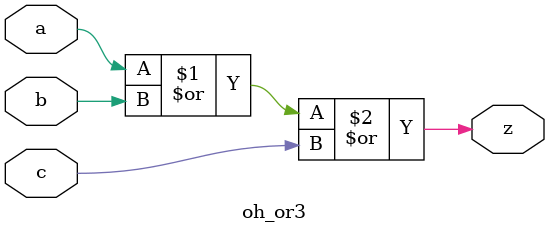
<source format=sv>

module oh_or3 #(parameter DW = 1 ) // array width
(
	input [DW-1:0]  a,
	input [DW-1:0]  b,
	input [DW-1:0]  c,
	output [DW-1:0] z
);

assign z = a | b | c ;

endmodule

</source>
